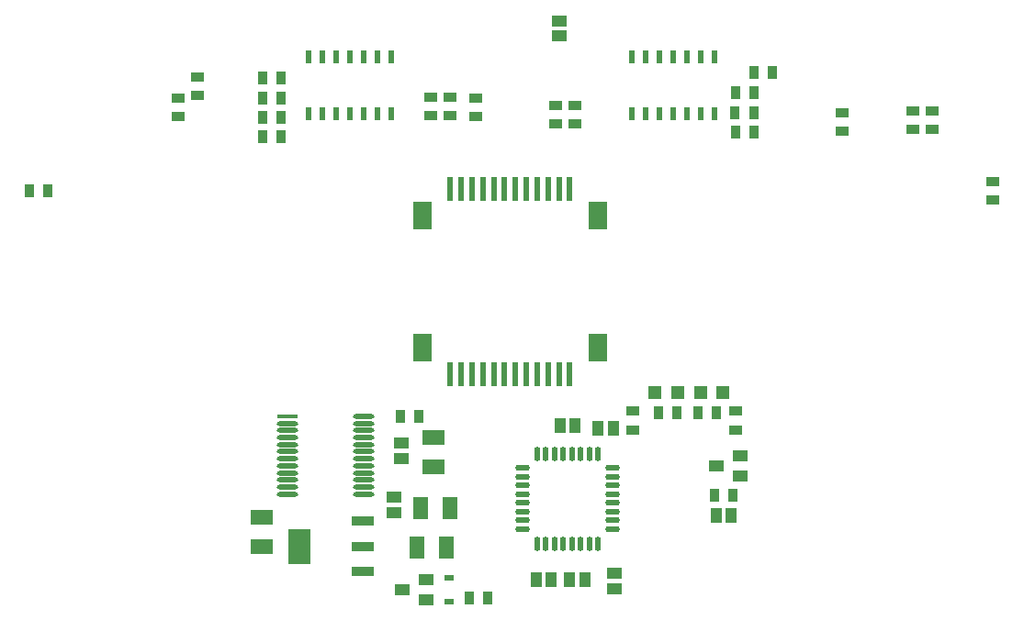
<source format=gtp>
G04*
G04 #@! TF.GenerationSoftware,Altium Limited,Altium Designer,23.10.1 (27)*
G04*
G04 Layer_Color=8421504*
%FSLAX44Y44*%
%MOMM*%
G71*
G04*
G04 #@! TF.SameCoordinates,E985FA8A-299A-4084-AA3F-4317102C53E2*
G04*
G04*
G04 #@! TF.FilePolarity,Positive*
G04*
G01*
G75*
%ADD17R,2.1500X0.9500*%
%ADD18R,2.1500X3.2500*%
%ADD19R,1.3500X1.1000*%
%ADD20R,0.8500X1.3000*%
%ADD21R,0.5800X1.1800*%
%ADD22R,1.3000X0.8500*%
%ADD23R,0.6000X2.2000*%
%ADD24R,1.8000X2.6000*%
%ADD25R,1.9536X0.4321*%
G04:AMPARAMS|DCode=26|XSize=1.9536mm|YSize=0.4321mm|CornerRadius=0.2161mm|HoleSize=0mm|Usage=FLASHONLY|Rotation=0.000|XOffset=0mm|YOffset=0mm|HoleType=Round|Shape=RoundedRectangle|*
%AMROUNDEDRECTD26*
21,1,1.9536,0.0000,0,0,0.0*
21,1,1.5215,0.4321,0,0,0.0*
1,1,0.4321,0.7607,0.0000*
1,1,0.4321,-0.7607,0.0000*
1,1,0.4321,-0.7607,0.0000*
1,1,0.4321,0.7607,0.0000*
%
%ADD26ROUNDEDRECTD26*%
%ADD27R,2.1300X1.4200*%
%ADD28R,1.4200X2.1300*%
%ADD29R,1.4000X1.0000*%
%ADD30R,0.8300X0.6300*%
%ADD31R,1.2000X1.2000*%
%ADD32R,1.1000X1.3500*%
%ADD33O,1.3500X0.5500*%
%ADD34O,0.5500X1.3500*%
D17*
X699000Y439000D02*
D03*
Y462000D02*
D03*
Y485000D02*
D03*
D18*
X641000Y462000D02*
D03*
D19*
X728000Y493000D02*
D03*
Y507000D02*
D03*
X880000Y947000D02*
D03*
Y933000D02*
D03*
X735000Y543000D02*
D03*
Y557000D02*
D03*
X931000Y437000D02*
D03*
Y423000D02*
D03*
D20*
X623500Y894000D02*
D03*
X606500D02*
D03*
X623500Y876000D02*
D03*
X606500D02*
D03*
X623500Y840000D02*
D03*
X606500D02*
D03*
X408500Y790000D02*
D03*
X391500D02*
D03*
X623500Y858000D02*
D03*
X606500D02*
D03*
X1043000Y844000D02*
D03*
X1060000D02*
D03*
X1043000Y881000D02*
D03*
X1060000D02*
D03*
X1042500Y862000D02*
D03*
X1059500D02*
D03*
X1076500Y899000D02*
D03*
X1059500D02*
D03*
X797500Y414000D02*
D03*
X814500D02*
D03*
X733500Y582000D02*
D03*
X750500D02*
D03*
X1025000Y585000D02*
D03*
X1008000D02*
D03*
X1023500Y509000D02*
D03*
X1040500D02*
D03*
X989000Y585000D02*
D03*
X972000D02*
D03*
D21*
X649400Y914100D02*
D03*
X662100D02*
D03*
X674800D02*
D03*
X687500D02*
D03*
X700200D02*
D03*
X712900D02*
D03*
X725600D02*
D03*
Y860900D02*
D03*
X712900D02*
D03*
X700200D02*
D03*
X687500D02*
D03*
X674800D02*
D03*
X662100D02*
D03*
X649400D02*
D03*
X1023100D02*
D03*
X1010400D02*
D03*
X997700D02*
D03*
X985000D02*
D03*
X972300D02*
D03*
X959600D02*
D03*
X946900D02*
D03*
Y914100D02*
D03*
X959600D02*
D03*
X972300D02*
D03*
X985000D02*
D03*
X997700D02*
D03*
X1010400D02*
D03*
X1023100D02*
D03*
D22*
X762000Y859500D02*
D03*
Y876500D02*
D03*
X780000Y859500D02*
D03*
Y876500D02*
D03*
X529000Y858500D02*
D03*
Y875500D02*
D03*
X547000Y878000D02*
D03*
Y895000D02*
D03*
X877000Y868500D02*
D03*
Y851500D02*
D03*
X803000Y876000D02*
D03*
Y859000D02*
D03*
X895000Y868500D02*
D03*
Y851500D02*
D03*
X1141000Y862000D02*
D03*
Y845000D02*
D03*
X1280000Y781500D02*
D03*
Y798500D02*
D03*
X1206000Y846500D02*
D03*
Y863500D02*
D03*
X1224000Y846500D02*
D03*
Y863500D02*
D03*
X1043000Y586500D02*
D03*
Y569500D02*
D03*
X948000Y586500D02*
D03*
Y569500D02*
D03*
D23*
X890000Y791500D02*
D03*
X880000D02*
D03*
X870000D02*
D03*
X860000D02*
D03*
X850000D02*
D03*
X840000D02*
D03*
X780000D02*
D03*
X790000D02*
D03*
X800000D02*
D03*
X830000D02*
D03*
X810000D02*
D03*
X820000D02*
D03*
X850000Y621000D02*
D03*
X860000D02*
D03*
X840000D02*
D03*
X870000D02*
D03*
X880000D02*
D03*
X890000D02*
D03*
X830000D02*
D03*
X820000D02*
D03*
X810000D02*
D03*
X800000D02*
D03*
X790000D02*
D03*
X780000D02*
D03*
D24*
X754000Y767500D02*
D03*
X916000D02*
D03*
X754000Y645000D02*
D03*
X916000D02*
D03*
D25*
X629747Y581750D02*
D03*
D26*
Y575250D02*
D03*
Y568750D02*
D03*
Y562250D02*
D03*
Y555750D02*
D03*
Y549250D02*
D03*
Y542750D02*
D03*
Y536250D02*
D03*
Y529750D02*
D03*
Y523250D02*
D03*
Y516750D02*
D03*
Y510250D02*
D03*
X700253D02*
D03*
Y516750D02*
D03*
Y523250D02*
D03*
Y529750D02*
D03*
Y536250D02*
D03*
Y542750D02*
D03*
Y549250D02*
D03*
Y555750D02*
D03*
Y562250D02*
D03*
Y568750D02*
D03*
Y575250D02*
D03*
Y581750D02*
D03*
D27*
X606000Y489000D02*
D03*
Y462000D02*
D03*
X764000Y535500D02*
D03*
Y562500D02*
D03*
D28*
X776500Y461000D02*
D03*
X749500D02*
D03*
X779250Y497000D02*
D03*
X752250D02*
D03*
D29*
X758000Y412500D02*
D03*
Y431500D02*
D03*
X736000Y422000D02*
D03*
X1025000Y536000D02*
D03*
X1047000Y545500D02*
D03*
Y526500D02*
D03*
D30*
X779000Y433150D02*
D03*
Y410850D02*
D03*
D31*
X1031500Y604250D02*
D03*
X1010500D02*
D03*
X989750Y604000D02*
D03*
X968750D02*
D03*
D32*
X1025000Y490000D02*
D03*
X1039000D02*
D03*
X930000Y571000D02*
D03*
X916000D02*
D03*
X881000Y573000D02*
D03*
X895000D02*
D03*
X859000Y431000D02*
D03*
X873000D02*
D03*
X890000D02*
D03*
X904000D02*
D03*
D33*
X846500Y478000D02*
D03*
Y486000D02*
D03*
Y494000D02*
D03*
Y502000D02*
D03*
Y510000D02*
D03*
Y518000D02*
D03*
Y526000D02*
D03*
Y534000D02*
D03*
X929500D02*
D03*
Y526000D02*
D03*
Y518000D02*
D03*
Y510000D02*
D03*
Y502000D02*
D03*
Y494000D02*
D03*
Y486000D02*
D03*
Y478000D02*
D03*
D34*
X860000Y547500D02*
D03*
X868000D02*
D03*
X876000D02*
D03*
X884000D02*
D03*
X892000D02*
D03*
X900000D02*
D03*
X908000D02*
D03*
X916000D02*
D03*
Y464500D02*
D03*
X908000D02*
D03*
X900000D02*
D03*
X892000D02*
D03*
X884000D02*
D03*
X876000D02*
D03*
X868000D02*
D03*
X860000D02*
D03*
M02*

</source>
